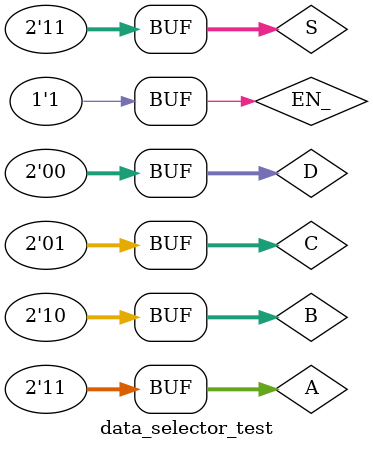
<source format=v>
`timescale 1ns / 1ps


module data_selector_test(
        );
    reg [1:0] A,B,C,D,S;
    reg EN_;
    wire [1:0] Y;
    
    data_selector uut(         
        .A(A),
        .B(B),
        .C(C),
        .D(D),
        .EN_(EN_),
        .S(S),
        .Y(Y)
    );
    
    initial 
    begin
        EN_=0;A=2'b00;B=2'b00;C=2'b00;D=2'b00;S=2'b00;     
    end
    initial
    begin
        #200; EN_=1;A=2'b00;B=2'b01;C=2'b10;D=2'b11;S=2'b01;
        #200; EN_=0;A=2'b00;B=2'b01;C=2'b10;D=2'b11;S=2'b00;
        #200; EN_=0;A=2'b11;B=2'b10;C=2'b01;D=2'b00;S=2'b00;
        #200; EN_=0;A=2'b00;B=2'b01;C=2'b10;D=2'b11;S=2'b01;
        #200; EN_=0;A=2'b11;B=2'b10;C=2'b01;D=2'b00;S=2'b01;
        #200; EN_=0;A=2'b00;B=2'b01;C=2'b10;D=2'b11;S=2'b10;
        #200; EN_=0;A=2'b11;B=2'b10;C=2'b01;D=2'b00;S=2'b10;        
        #200; EN_=0;A=2'b00;B=2'b01;C=2'b10;D=2'b11;S=2'b11;
        #200; EN_=0;A=2'b11;B=2'b10;C=2'b01;D=2'b00;S=2'b11;
        #200; EN_=1;A=2'b11;B=2'b10;C=2'b01;D=2'b00;S=2'b11; 
    end        
endmodule

</source>
